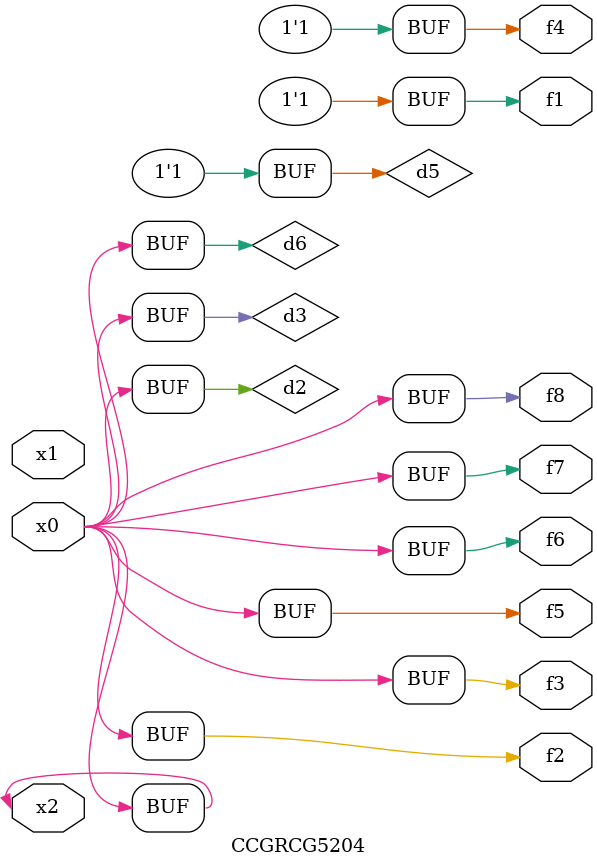
<source format=v>
module CCGRCG5204(
	input x0, x1, x2,
	output f1, f2, f3, f4, f5, f6, f7, f8
);

	wire d1, d2, d3, d4, d5, d6;

	xnor (d1, x2);
	buf (d2, x0, x2);
	and (d3, x0);
	xnor (d4, x1, x2);
	nand (d5, d1, d3);
	buf (d6, d2, d3);
	assign f1 = d5;
	assign f2 = d6;
	assign f3 = d6;
	assign f4 = d5;
	assign f5 = d6;
	assign f6 = d6;
	assign f7 = d6;
	assign f8 = d6;
endmodule

</source>
